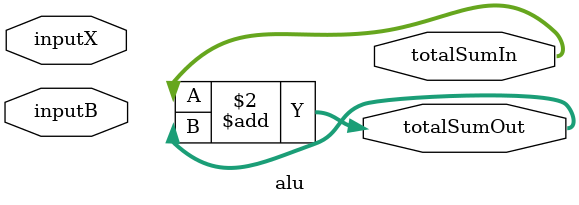
<source format=v>
module alu (inputX, inputB, totalSumIn, totalSumOut);

input signed [15:0] inputX, inputB;
output wire signed [38:0] totalSumIn, totalSumOut;

wire signed [31:0] result;

assign result = inputX * inputB;
assign totalSumOut = totalSumIn + totalSumOut;

endmodule

</source>
